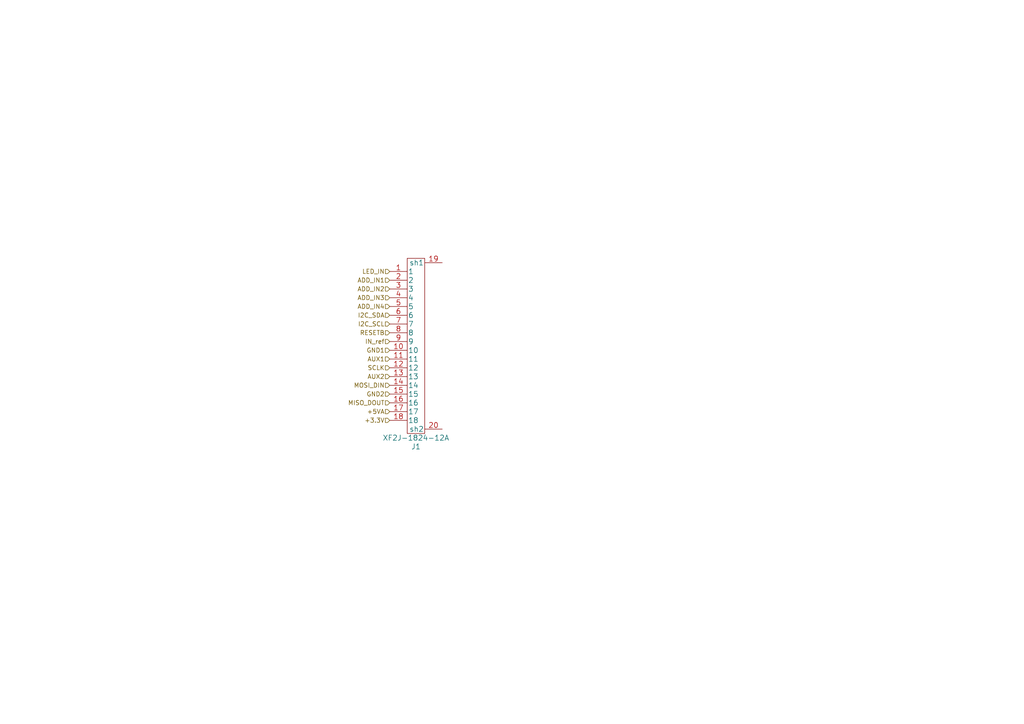
<source format=kicad_sch>
(kicad_sch (version 20230121) (generator eeschema)
  (paper "A4")
  (lib_symbols
    (symbol "00_custom:XF2J-1824-12A" (pin_names (offset 0.254))
      (property "Reference" "J" (at 11.43 -24.13 0))
      (property "Value" "XF2J-1824-12A" (at 20.32 -26.67 0))
      (symbol "XF2J-1824-12A_0_1"
        (rectangle (start 5.08 3.81) (end 10.16 -46.99))
      )
      (symbol "XF2J-1824-12A_1_1"
        (pin unspecified line (at 0 0 0) (length 5.08) (name "1") (number "1"))
        (pin unspecified line (at 0 -22.86 0) (length 5.08) (name "10") (number "10"))
        (pin unspecified line (at 0 -25.4 0) (length 5.08) (name "11") (number "11"))
        (pin unspecified line (at 0 -27.94 0) (length 5.08) (name "12") (number "12"))
        (pin unspecified line (at 0 -30.48 0) (length 5.08) (name "13") (number "13"))
        (pin unspecified line (at 0 -33.02 0) (length 5.08) (name "14") (number "14"))
        (pin unspecified line (at 0 -35.56 0) (length 5.08) (name "15") (number "15"))
        (pin unspecified line (at 0 -38.1 0) (length 5.08) (name "16") (number "16"))
        (pin unspecified line (at 0 -40.64 0) (length 5.08) (name "17") (number "17"))
        (pin unspecified line (at 0 -43.18 0) (length 5.08) (name "18") (number "18"))
        (pin unspecified line (at 15.24 2.54 180) (length 5.08) (name "sh1") (number "19"))
        (pin unspecified line (at 0 -2.54 0) (length 5.08) (name "2") (number "2"))
        (pin unspecified line (at 15.24 -45.72 180) (length 5.08) (name "sh2") (number "20"))
        (pin unspecified line (at 0 -5.08 0) (length 5.08) (name "3") (number "3"))
        (pin unspecified line (at 0 -7.62 0) (length 5.08) (name "4") (number "4"))
        (pin unspecified line (at 0 -10.16 0) (length 5.08) (name "5") (number "5"))
        (pin unspecified line (at 0 -12.7 0) (length 5.08) (name "6") (number "6"))
        (pin unspecified line (at 0 -15.24 0) (length 5.08) (name "7") (number "7"))
        (pin unspecified line (at 0 -17.78 0) (length 5.08) (name "8") (number "8"))
        (pin unspecified line (at 0 -20.32 0) (length 5.08) (name "9") (number "9"))
      )
    )
  )
  (hierarchical_label "GND1" (shape input) (at 113.03 101.6 180))
  (hierarchical_label "AUX1" (shape input) (at 113.03 104.14 180))
  (hierarchical_label "LED_IN" (shape input) (at 113.03 78.74 180))
  (hierarchical_label "ADD_IN2" (shape input) (at 113.03 83.82 180))
  (hierarchical_label "MISO_DOUT" (shape input) (at 113.03 116.84 180))
  (hierarchical_label "ADD_IN4" (shape input) (at 113.03 88.9 180))
  (hierarchical_label "AUX2" (shape input) (at 113.03 109.22 180))
  (hierarchical_label "ADD_IN3" (shape input) (at 113.03 86.36 180))
  (hierarchical_label "+3.3V" (shape input) (at 113.03 121.92 180))
  (hierarchical_label "ADD_IN1" (shape input) (at 113.03 81.28 180))
  (hierarchical_label "SCLK" (shape input) (at 113.03 106.68 180))
  (hierarchical_label "RESETB" (shape input) (at 113.03 96.52 180))
  (hierarchical_label "MOSI_DIN" (shape input) (at 113.03 111.76 180))
  (hierarchical_label "I2C_SCL" (shape input) (at 113.03 93.98 180))
  (hierarchical_label "IN_ref" (shape input) (at 113.03 99.06 180))
  (hierarchical_label "GND2" (shape input) (at 113.03 114.3 180))
  (hierarchical_label "+5VA" (shape input) (at 113.03 119.38 180))
  (hierarchical_label "I2C_SDA" (shape input) (at 113.03 91.44 180))
  (symbol (lib_id "00_custom:XF2J-1824-12A") (at 113.03 78.74 0) (unit 1)
    (property "Reference" "J1" (at 120.65 129.54 0) (effects (font (size 1.524 1.524))))
    (property "Value" "XF2J-1824-12A" (at 120.65 127 0) (effects (font (size 1.524 1.524))))
    (property "Footprint" "00_custom-footprints:XF2J-1824-12A" (effects hide))
  )
)
</source>
